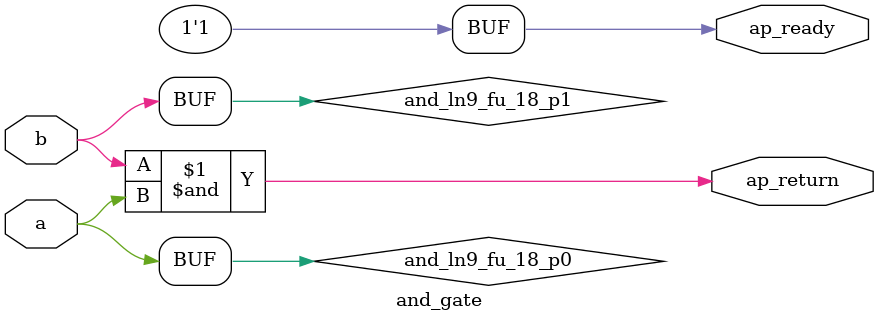
<source format=v>

`timescale 1 ns / 1 ps 

module and_gate (
        ap_ready,
        a,
        b,
        ap_return
);


output   ap_ready;
input   a;
input   b;
output  [0:0] ap_return;

wire   [0:0] and_ln9_fu_18_p0;
wire   [0:0] and_ln9_fu_18_p1;

assign and_ln9_fu_18_p0 = a;

assign and_ln9_fu_18_p1 = b;

assign ap_ready = 1'b1;

assign ap_return = (and_ln9_fu_18_p1 & and_ln9_fu_18_p0);

endmodule //and_gate

</source>
